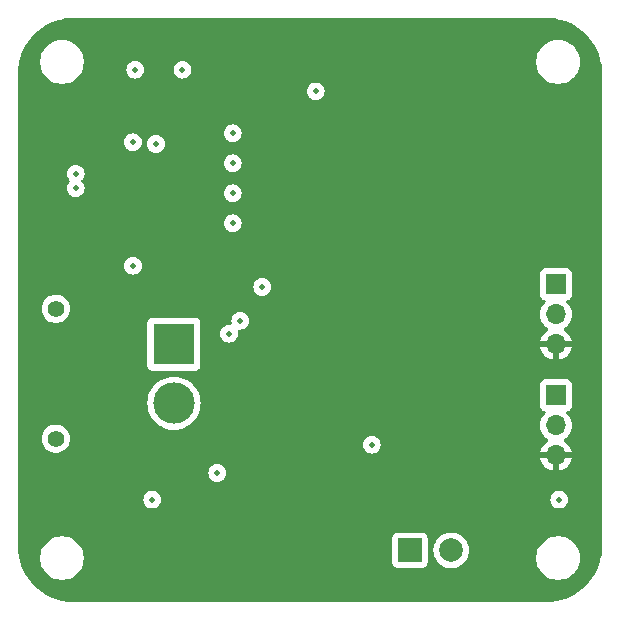
<source format=gbr>
%TF.GenerationSoftware,KiCad,Pcbnew,8.0.4*%
%TF.CreationDate,2025-01-29T17:32:31-05:00*%
%TF.ProjectId,EauRouge,45617552-6f75-4676-952e-6b696361645f,rev?*%
%TF.SameCoordinates,Original*%
%TF.FileFunction,Copper,L3,Inr*%
%TF.FilePolarity,Positive*%
%FSLAX46Y46*%
G04 Gerber Fmt 4.6, Leading zero omitted, Abs format (unit mm)*
G04 Created by KiCad (PCBNEW 8.0.4) date 2025-01-29 17:32:31*
%MOMM*%
%LPD*%
G01*
G04 APERTURE LIST*
%TA.AperFunction,ComponentPad*%
%ADD10R,1.700000X1.700000*%
%TD*%
%TA.AperFunction,ComponentPad*%
%ADD11O,1.700000X1.700000*%
%TD*%
%TA.AperFunction,ComponentPad*%
%ADD12C,1.400000*%
%TD*%
%TA.AperFunction,ComponentPad*%
%ADD13R,3.500000X3.500000*%
%TD*%
%TA.AperFunction,ComponentPad*%
%ADD14C,3.500000*%
%TD*%
%TA.AperFunction,ComponentPad*%
%ADD15R,2.000000X2.000000*%
%TD*%
%TA.AperFunction,ComponentPad*%
%ADD16C,2.000000*%
%TD*%
%TA.AperFunction,ViaPad*%
%ADD17C,0.500000*%
%TD*%
%TA.AperFunction,ViaPad*%
%ADD18C,0.600000*%
%TD*%
G04 APERTURE END LIST*
D10*
%TO.N,/BUFF_SERVO_PWM1*%
%TO.C,J4*%
X145825000Y-122825000D03*
D11*
%TO.N,+5V*%
X145825000Y-125365000D03*
%TO.N,GND*%
X145825000Y-127905000D03*
%TD*%
D12*
%TO.N,*%
%TO.C,J1*%
X103475000Y-135900000D03*
X103475000Y-124900000D03*
D13*
%TO.N,-BATT*%
X113475000Y-127900000D03*
D14*
%TO.N,+BATT*%
X113475000Y-132900000D03*
%TD*%
D15*
%TO.N,+12V*%
%TO.C,J3*%
X133450000Y-145350000D03*
D16*
%TO.N,SOLENOID-*%
X136950000Y-145350000D03*
%TD*%
D10*
%TO.N,/BUFF_SERVO_PWM2*%
%TO.C,J5*%
X145825000Y-132225000D03*
D11*
%TO.N,+5V*%
X145825000Y-134765000D03*
%TO.N,GND*%
X145825000Y-137305000D03*
%TD*%
D17*
%TO.N,GND*%
X140150000Y-118850000D03*
X122400000Y-137300000D03*
X136850000Y-128800000D03*
X115450000Y-111850000D03*
X133450000Y-147150000D03*
X130900000Y-110150000D03*
X133550000Y-100900000D03*
X125700000Y-149150000D03*
X124200000Y-137050000D03*
X122850000Y-144800000D03*
X122500000Y-107800000D03*
X126800000Y-107750000D03*
X130100000Y-103900000D03*
X106800000Y-143050000D03*
X100950000Y-133250000D03*
X109550000Y-106050000D03*
X148500000Y-103050000D03*
X128600000Y-142700000D03*
D18*
X112850000Y-114450000D03*
D17*
X115400000Y-124200000D03*
X116200000Y-103650000D03*
X101900000Y-111650000D03*
X131600000Y-145350000D03*
X127100000Y-142700000D03*
X148600000Y-146450000D03*
X120250000Y-149100000D03*
X124350000Y-144850000D03*
X144650000Y-130000000D03*
X123150000Y-137150000D03*
X136850000Y-127800000D03*
X111350000Y-147650000D03*
X149230585Y-124751255D03*
X141650000Y-104900000D03*
X126850000Y-110800000D03*
X127100000Y-137200000D03*
X149150000Y-112500000D03*
X120000000Y-137200000D03*
X143200000Y-134200000D03*
X101000000Y-124600000D03*
X112900000Y-116200000D03*
X111050000Y-116200000D03*
X135350000Y-149150000D03*
X106700000Y-113050000D03*
X141450000Y-132900000D03*
X130000000Y-139950000D03*
X136850000Y-132200000D03*
X101000000Y-119150000D03*
X138100000Y-113900000D03*
X112950000Y-121300000D03*
D18*
X115400000Y-114350000D03*
D17*
X128600000Y-144950000D03*
X143850000Y-139400000D03*
X120200000Y-133050000D03*
X131950000Y-128950000D03*
X103800000Y-134250000D03*
X139900000Y-141550000D03*
X116650000Y-149150000D03*
X106300000Y-109600000D03*
X100850000Y-107850000D03*
X122800000Y-142750000D03*
X132000000Y-132350000D03*
X138900000Y-138350000D03*
X121800000Y-122150000D03*
X132000000Y-133700000D03*
X137600000Y-147450000D03*
X138000000Y-108100000D03*
X126550000Y-128150000D03*
X128200000Y-132600000D03*
X123400000Y-117850000D03*
X108900000Y-116250000D03*
D18*
X111250000Y-114250000D03*
D17*
X104900000Y-128400000D03*
X136850000Y-126750000D03*
X136900000Y-129750000D03*
X102100000Y-147600000D03*
X109800000Y-136350000D03*
X142700000Y-149150000D03*
X142750000Y-142650000D03*
X114550000Y-141600000D03*
X137200000Y-142950000D03*
X127100000Y-144900000D03*
X132600000Y-107650000D03*
X134600000Y-138700000D03*
X126250000Y-137050000D03*
X120300000Y-147850000D03*
X135215000Y-107660000D03*
X133450000Y-143500000D03*
X100950000Y-141000000D03*
X113000000Y-125250000D03*
X126300000Y-118150000D03*
X102750000Y-137800000D03*
X107400000Y-106150000D03*
X147500000Y-114750000D03*
D18*
X131600000Y-116900000D03*
D17*
X106900000Y-121550000D03*
X108150000Y-100900000D03*
X136800000Y-133400000D03*
X141950000Y-126750000D03*
X124350000Y-142750000D03*
X115500000Y-116200000D03*
X142750000Y-100900000D03*
X129750000Y-121650000D03*
X115800000Y-134950000D03*
X121900000Y-113800000D03*
X149200000Y-130200000D03*
X102200000Y-102000000D03*
X126800000Y-105200000D03*
X119350000Y-126950000D03*
X122400000Y-103650000D03*
X113150000Y-112050000D03*
X149250000Y-138450000D03*
X111000000Y-119850000D03*
X124850000Y-100900000D03*
X136850000Y-130850000D03*
X116200000Y-100900000D03*
X125250000Y-137200000D03*
X117250000Y-122600000D03*
X102000000Y-115150000D03*
D18*
X113150000Y-105750000D03*
D17*
X118450000Y-145700000D03*
X142350000Y-111800000D03*
D18*
X119150000Y-140700000D03*
D17*
X116650000Y-147800000D03*
X110400000Y-107350000D03*
X114300000Y-109650000D03*
X133000000Y-111350000D03*
X128250000Y-137100000D03*
X126650000Y-124800000D03*
%TO.N,/MCU/CHIP_EN*%
X110200000Y-104650000D03*
X125485000Y-106498000D03*
%TO.N,/BUFF_SERVO_PWM2*%
X110000000Y-121250000D03*
X119087500Y-125900000D03*
%TO.N,/SOLENOID_DRIVE*%
X146100000Y-141050000D03*
X118450000Y-112590000D03*
%TO.N,/Power/EN*%
X130225000Y-136400000D03*
X117150000Y-138800000D03*
%TO.N,/SCL*%
X114200000Y-104650000D03*
X118450000Y-117670000D03*
X105150000Y-114700000D03*
%TO.N,/SDA*%
X118450000Y-115130000D03*
X105150000Y-113450000D03*
%TO.N,/BUFF_SERVO_PWM1*%
X120950000Y-123050000D03*
X110000000Y-110800000D03*
%TO.N,/MCU/ESP32_PWM2*%
X111950000Y-110950000D03*
X118450000Y-110050000D03*
%TO.N,/MCU/VIN_LED_CONTROL*%
X118150000Y-127000000D03*
X111650000Y-141050000D03*
%TD*%
%TA.AperFunction,Conductor*%
%TO.N,GND*%
G36*
X145002702Y-100250618D02*
G01*
X145015967Y-100251197D01*
X145408558Y-100268337D01*
X145419293Y-100269277D01*
X145819386Y-100321950D01*
X145830010Y-100323823D01*
X146223993Y-100411167D01*
X146234405Y-100413956D01*
X146619279Y-100535307D01*
X146629414Y-100538996D01*
X147002232Y-100693423D01*
X147012024Y-100697989D01*
X147060519Y-100723234D01*
X147369942Y-100884309D01*
X147379310Y-100889717D01*
X147719638Y-101106530D01*
X147728499Y-101112735D01*
X148048627Y-101358378D01*
X148056914Y-101365332D01*
X148354412Y-101637938D01*
X148362061Y-101645587D01*
X148634667Y-101943085D01*
X148641621Y-101951372D01*
X148887264Y-102271500D01*
X148893469Y-102280361D01*
X149110282Y-102620689D01*
X149115690Y-102630057D01*
X149302007Y-102987969D01*
X149306579Y-102997773D01*
X149460997Y-103370570D01*
X149464697Y-103380735D01*
X149586037Y-103765575D01*
X149588837Y-103776025D01*
X149676173Y-104169977D01*
X149678051Y-104180629D01*
X149730720Y-104580683D01*
X149731663Y-104591460D01*
X149747324Y-104950172D01*
X149749382Y-104997297D01*
X149749500Y-105002706D01*
X149749500Y-144997293D01*
X149749382Y-145002702D01*
X149731663Y-145408539D01*
X149730720Y-145419316D01*
X149678051Y-145819370D01*
X149676173Y-145830022D01*
X149588837Y-146223974D01*
X149586037Y-146234424D01*
X149464697Y-146619264D01*
X149460997Y-146629429D01*
X149306579Y-147002226D01*
X149302007Y-147012030D01*
X149115690Y-147369942D01*
X149110282Y-147379310D01*
X148893469Y-147719638D01*
X148887264Y-147728499D01*
X148641621Y-148048627D01*
X148634667Y-148056914D01*
X148362061Y-148354412D01*
X148354412Y-148362061D01*
X148056914Y-148634667D01*
X148048627Y-148641621D01*
X147728499Y-148887264D01*
X147719638Y-148893469D01*
X147379310Y-149110282D01*
X147369942Y-149115690D01*
X147012030Y-149302007D01*
X147002226Y-149306579D01*
X146629429Y-149460997D01*
X146619264Y-149464697D01*
X146234424Y-149586037D01*
X146223974Y-149588837D01*
X145830022Y-149676173D01*
X145819370Y-149678051D01*
X145419316Y-149730720D01*
X145408539Y-149731663D01*
X145002703Y-149749382D01*
X144997294Y-149749500D01*
X105002706Y-149749500D01*
X104997297Y-149749382D01*
X104591460Y-149731663D01*
X104580685Y-149730720D01*
X104380656Y-149704385D01*
X104180629Y-149678051D01*
X104169977Y-149676173D01*
X103915393Y-149619733D01*
X103776022Y-149588836D01*
X103765579Y-149586038D01*
X103380733Y-149464696D01*
X103370570Y-149460997D01*
X102997773Y-149306579D01*
X102987969Y-149302007D01*
X102630057Y-149115690D01*
X102620689Y-149110282D01*
X102280361Y-148893469D01*
X102271500Y-148887264D01*
X101951372Y-148641621D01*
X101943085Y-148634667D01*
X101645587Y-148362061D01*
X101637938Y-148354412D01*
X101365332Y-148056914D01*
X101358378Y-148048627D01*
X101112735Y-147728499D01*
X101106530Y-147719638D01*
X100889717Y-147379310D01*
X100884309Y-147369942D01*
X100807680Y-147222738D01*
X100697989Y-147012024D01*
X100693420Y-147002226D01*
X100630573Y-146850500D01*
X100538996Y-146629414D01*
X100535307Y-146619279D01*
X100413956Y-146234405D01*
X100411167Y-146223993D01*
X100334620Y-145878711D01*
X102149500Y-145878711D01*
X102149500Y-146121288D01*
X102169707Y-146274782D01*
X102181162Y-146361789D01*
X102190831Y-146397873D01*
X102243947Y-146596104D01*
X102336773Y-146820205D01*
X102336777Y-146820214D01*
X102354262Y-146850498D01*
X102458064Y-147030289D01*
X102458066Y-147030292D01*
X102458067Y-147030293D01*
X102605733Y-147222736D01*
X102605739Y-147222743D01*
X102777256Y-147394260D01*
X102777262Y-147394265D01*
X102969711Y-147541936D01*
X103179788Y-147663224D01*
X103403900Y-147756054D01*
X103638211Y-147818838D01*
X103818586Y-147842584D01*
X103878711Y-147850500D01*
X103878712Y-147850500D01*
X104121289Y-147850500D01*
X104169388Y-147844167D01*
X104361789Y-147818838D01*
X104596100Y-147756054D01*
X104820212Y-147663224D01*
X105030289Y-147541936D01*
X105222738Y-147394265D01*
X105394265Y-147222738D01*
X105541936Y-147030289D01*
X105663224Y-146820212D01*
X105756054Y-146596100D01*
X105818838Y-146361789D01*
X105850500Y-146121288D01*
X105850500Y-145878712D01*
X105818838Y-145638211D01*
X105756054Y-145403900D01*
X105663224Y-145179788D01*
X105541936Y-144969711D01*
X105394265Y-144777262D01*
X105394260Y-144777256D01*
X105222743Y-144605739D01*
X105222736Y-144605733D01*
X105030293Y-144458067D01*
X105030292Y-144458066D01*
X105030289Y-144458064D01*
X104820212Y-144336776D01*
X104820205Y-144336773D01*
X104736582Y-144302135D01*
X131949500Y-144302135D01*
X131949500Y-146397870D01*
X131949501Y-146397876D01*
X131955908Y-146457483D01*
X132006202Y-146592328D01*
X132006206Y-146592335D01*
X132092452Y-146707544D01*
X132092455Y-146707547D01*
X132207664Y-146793793D01*
X132207671Y-146793797D01*
X132342517Y-146844091D01*
X132342516Y-146844091D01*
X132349444Y-146844835D01*
X132402127Y-146850500D01*
X134497872Y-146850499D01*
X134557483Y-146844091D01*
X134692331Y-146793796D01*
X134807546Y-146707546D01*
X134893796Y-146592331D01*
X134944091Y-146457483D01*
X134950500Y-146397873D01*
X134950499Y-145349994D01*
X135444357Y-145349994D01*
X135444357Y-145350005D01*
X135464890Y-145597812D01*
X135464892Y-145597824D01*
X135525936Y-145838881D01*
X135625826Y-146066606D01*
X135761833Y-146274782D01*
X135761836Y-146274785D01*
X135930256Y-146457738D01*
X136126491Y-146610474D01*
X136345190Y-146728828D01*
X136580386Y-146809571D01*
X136825665Y-146850500D01*
X137074335Y-146850500D01*
X137319614Y-146809571D01*
X137554810Y-146728828D01*
X137773509Y-146610474D01*
X137969744Y-146457738D01*
X138138164Y-146274785D01*
X138274173Y-146066607D01*
X138356592Y-145878711D01*
X144149500Y-145878711D01*
X144149500Y-146121288D01*
X144169707Y-146274782D01*
X144181162Y-146361789D01*
X144190831Y-146397873D01*
X144243947Y-146596104D01*
X144336773Y-146820205D01*
X144336777Y-146820214D01*
X144354262Y-146850498D01*
X144458064Y-147030289D01*
X144458066Y-147030292D01*
X144458067Y-147030293D01*
X144605733Y-147222736D01*
X144605739Y-147222743D01*
X144777256Y-147394260D01*
X144777262Y-147394265D01*
X144969711Y-147541936D01*
X145179788Y-147663224D01*
X145403900Y-147756054D01*
X145638211Y-147818838D01*
X145818586Y-147842584D01*
X145878711Y-147850500D01*
X145878712Y-147850500D01*
X146121289Y-147850500D01*
X146169388Y-147844167D01*
X146361789Y-147818838D01*
X146596100Y-147756054D01*
X146820212Y-147663224D01*
X147030289Y-147541936D01*
X147222738Y-147394265D01*
X147394265Y-147222738D01*
X147541936Y-147030289D01*
X147663224Y-146820212D01*
X147756054Y-146596100D01*
X147818838Y-146361789D01*
X147850500Y-146121288D01*
X147850500Y-145878712D01*
X147818838Y-145638211D01*
X147756054Y-145403900D01*
X147663224Y-145179788D01*
X147541936Y-144969711D01*
X147394265Y-144777262D01*
X147394260Y-144777256D01*
X147222743Y-144605739D01*
X147222736Y-144605733D01*
X147030293Y-144458067D01*
X147030292Y-144458066D01*
X147030289Y-144458064D01*
X146820212Y-144336776D01*
X146820205Y-144336773D01*
X146596104Y-144243947D01*
X146361785Y-144181161D01*
X146121289Y-144149500D01*
X146121288Y-144149500D01*
X145878712Y-144149500D01*
X145878711Y-144149500D01*
X145638214Y-144181161D01*
X145403895Y-144243947D01*
X145179794Y-144336773D01*
X145179785Y-144336777D01*
X144969706Y-144458067D01*
X144777263Y-144605733D01*
X144777256Y-144605739D01*
X144605739Y-144777256D01*
X144605733Y-144777263D01*
X144458067Y-144969706D01*
X144336777Y-145179785D01*
X144336773Y-145179794D01*
X144243947Y-145403895D01*
X144181161Y-145638214D01*
X144149500Y-145878711D01*
X138356592Y-145878711D01*
X138374063Y-145838881D01*
X138435108Y-145597821D01*
X138435109Y-145597812D01*
X138455643Y-145350005D01*
X138455643Y-145349994D01*
X138435109Y-145102187D01*
X138435107Y-145102175D01*
X138374063Y-144861118D01*
X138274173Y-144633393D01*
X138138166Y-144425217D01*
X138056747Y-144336773D01*
X137969744Y-144242262D01*
X137773509Y-144089526D01*
X137773507Y-144089525D01*
X137773506Y-144089524D01*
X137554811Y-143971172D01*
X137554802Y-143971169D01*
X137319616Y-143890429D01*
X137074335Y-143849500D01*
X136825665Y-143849500D01*
X136580383Y-143890429D01*
X136345197Y-143971169D01*
X136345188Y-143971172D01*
X136126493Y-144089524D01*
X135930257Y-144242261D01*
X135761833Y-144425217D01*
X135625826Y-144633393D01*
X135525936Y-144861118D01*
X135464892Y-145102175D01*
X135464890Y-145102187D01*
X135444357Y-145349994D01*
X134950499Y-145349994D01*
X134950499Y-144302128D01*
X134944091Y-144242517D01*
X134893796Y-144107669D01*
X134893795Y-144107668D01*
X134893793Y-144107664D01*
X134807547Y-143992455D01*
X134807544Y-143992452D01*
X134692335Y-143906206D01*
X134692328Y-143906202D01*
X134557482Y-143855908D01*
X134557483Y-143855908D01*
X134497883Y-143849501D01*
X134497881Y-143849500D01*
X134497873Y-143849500D01*
X134497864Y-143849500D01*
X132402129Y-143849500D01*
X132402123Y-143849501D01*
X132342516Y-143855908D01*
X132207671Y-143906202D01*
X132207664Y-143906206D01*
X132092455Y-143992452D01*
X132092452Y-143992455D01*
X132006206Y-144107664D01*
X132006202Y-144107671D01*
X131955908Y-144242517D01*
X131949501Y-144302116D01*
X131949501Y-144302123D01*
X131949500Y-144302135D01*
X104736582Y-144302135D01*
X104596104Y-144243947D01*
X104361785Y-144181161D01*
X104121289Y-144149500D01*
X104121288Y-144149500D01*
X103878712Y-144149500D01*
X103878711Y-144149500D01*
X103638214Y-144181161D01*
X103403895Y-144243947D01*
X103179794Y-144336773D01*
X103179785Y-144336777D01*
X102969706Y-144458067D01*
X102777263Y-144605733D01*
X102777256Y-144605739D01*
X102605739Y-144777256D01*
X102605733Y-144777263D01*
X102458067Y-144969706D01*
X102336777Y-145179785D01*
X102336773Y-145179794D01*
X102243947Y-145403895D01*
X102181161Y-145638214D01*
X102149500Y-145878711D01*
X100334620Y-145878711D01*
X100323823Y-145830010D01*
X100321950Y-145819386D01*
X100269277Y-145419293D01*
X100268337Y-145408558D01*
X100250618Y-145002701D01*
X100250500Y-144997293D01*
X100250500Y-141049997D01*
X110894751Y-141049997D01*
X110894751Y-141050002D01*
X110913685Y-141218056D01*
X110969545Y-141377694D01*
X110969547Y-141377697D01*
X111059518Y-141520884D01*
X111059523Y-141520890D01*
X111179109Y-141640476D01*
X111179115Y-141640481D01*
X111322302Y-141730452D01*
X111322305Y-141730454D01*
X111322309Y-141730455D01*
X111322310Y-141730456D01*
X111394913Y-141755860D01*
X111481943Y-141786314D01*
X111649997Y-141805249D01*
X111650000Y-141805249D01*
X111650003Y-141805249D01*
X111818056Y-141786314D01*
X111818059Y-141786313D01*
X111977690Y-141730456D01*
X111977692Y-141730454D01*
X111977694Y-141730454D01*
X111977697Y-141730452D01*
X112120884Y-141640481D01*
X112120885Y-141640480D01*
X112120890Y-141640477D01*
X112240477Y-141520890D01*
X112330452Y-141377697D01*
X112330454Y-141377694D01*
X112330454Y-141377692D01*
X112330456Y-141377690D01*
X112386313Y-141218059D01*
X112386313Y-141218058D01*
X112386314Y-141218056D01*
X112405249Y-141050002D01*
X112405249Y-141049997D01*
X145344751Y-141049997D01*
X145344751Y-141050002D01*
X145363685Y-141218056D01*
X145419545Y-141377694D01*
X145419547Y-141377697D01*
X145509518Y-141520884D01*
X145509523Y-141520890D01*
X145629109Y-141640476D01*
X145629115Y-141640481D01*
X145772302Y-141730452D01*
X145772305Y-141730454D01*
X145772309Y-141730455D01*
X145772310Y-141730456D01*
X145844913Y-141755860D01*
X145931943Y-141786314D01*
X146099997Y-141805249D01*
X146100000Y-141805249D01*
X146100003Y-141805249D01*
X146268056Y-141786314D01*
X146268059Y-141786313D01*
X146427690Y-141730456D01*
X146427692Y-141730454D01*
X146427694Y-141730454D01*
X146427697Y-141730452D01*
X146570884Y-141640481D01*
X146570885Y-141640480D01*
X146570890Y-141640477D01*
X146690477Y-141520890D01*
X146780452Y-141377697D01*
X146780454Y-141377694D01*
X146780454Y-141377692D01*
X146780456Y-141377690D01*
X146836313Y-141218059D01*
X146836313Y-141218058D01*
X146836314Y-141218056D01*
X146855249Y-141050002D01*
X146855249Y-141049997D01*
X146836314Y-140881943D01*
X146780454Y-140722305D01*
X146780452Y-140722302D01*
X146690481Y-140579115D01*
X146690476Y-140579109D01*
X146570890Y-140459523D01*
X146570884Y-140459518D01*
X146427697Y-140369547D01*
X146427694Y-140369545D01*
X146268056Y-140313685D01*
X146100003Y-140294751D01*
X146099997Y-140294751D01*
X145931943Y-140313685D01*
X145772305Y-140369545D01*
X145772302Y-140369547D01*
X145629115Y-140459518D01*
X145629109Y-140459523D01*
X145509523Y-140579109D01*
X145509518Y-140579115D01*
X145419547Y-140722302D01*
X145419545Y-140722305D01*
X145363685Y-140881943D01*
X145344751Y-141049997D01*
X112405249Y-141049997D01*
X112386314Y-140881943D01*
X112330454Y-140722305D01*
X112330452Y-140722302D01*
X112240481Y-140579115D01*
X112240476Y-140579109D01*
X112120890Y-140459523D01*
X112120884Y-140459518D01*
X111977697Y-140369547D01*
X111977694Y-140369545D01*
X111818056Y-140313685D01*
X111650003Y-140294751D01*
X111649997Y-140294751D01*
X111481943Y-140313685D01*
X111322305Y-140369545D01*
X111322302Y-140369547D01*
X111179115Y-140459518D01*
X111179109Y-140459523D01*
X111059523Y-140579109D01*
X111059518Y-140579115D01*
X110969547Y-140722302D01*
X110969545Y-140722305D01*
X110913685Y-140881943D01*
X110894751Y-141049997D01*
X100250500Y-141049997D01*
X100250500Y-138799997D01*
X116394751Y-138799997D01*
X116394751Y-138800002D01*
X116413685Y-138968056D01*
X116469545Y-139127694D01*
X116469547Y-139127697D01*
X116559518Y-139270884D01*
X116559523Y-139270890D01*
X116679109Y-139390476D01*
X116679115Y-139390481D01*
X116822302Y-139480452D01*
X116822305Y-139480454D01*
X116822309Y-139480455D01*
X116822310Y-139480456D01*
X116894913Y-139505860D01*
X116981943Y-139536314D01*
X117149997Y-139555249D01*
X117150000Y-139555249D01*
X117150003Y-139555249D01*
X117318056Y-139536314D01*
X117318059Y-139536313D01*
X117477690Y-139480456D01*
X117477692Y-139480454D01*
X117477694Y-139480454D01*
X117477697Y-139480452D01*
X117620884Y-139390481D01*
X117620885Y-139390480D01*
X117620890Y-139390477D01*
X117740477Y-139270890D01*
X117830452Y-139127697D01*
X117830454Y-139127694D01*
X117830454Y-139127692D01*
X117830456Y-139127690D01*
X117886313Y-138968059D01*
X117886313Y-138968058D01*
X117886314Y-138968056D01*
X117905249Y-138800002D01*
X117905249Y-138799997D01*
X117886314Y-138631943D01*
X117830454Y-138472305D01*
X117830452Y-138472302D01*
X117740481Y-138329115D01*
X117740476Y-138329109D01*
X117620890Y-138209523D01*
X117620884Y-138209518D01*
X117477697Y-138119547D01*
X117477694Y-138119545D01*
X117318056Y-138063685D01*
X117150003Y-138044751D01*
X117149997Y-138044751D01*
X116981943Y-138063685D01*
X116822305Y-138119545D01*
X116822302Y-138119547D01*
X116679115Y-138209518D01*
X116679109Y-138209523D01*
X116559523Y-138329109D01*
X116559518Y-138329115D01*
X116469547Y-138472302D01*
X116469545Y-138472305D01*
X116413685Y-138631943D01*
X116394751Y-138799997D01*
X100250500Y-138799997D01*
X100250500Y-135899999D01*
X102269357Y-135899999D01*
X102269357Y-135900000D01*
X102289884Y-136121535D01*
X102289885Y-136121537D01*
X102350769Y-136335523D01*
X102350775Y-136335538D01*
X102449938Y-136534683D01*
X102449943Y-136534691D01*
X102584020Y-136712238D01*
X102748437Y-136862123D01*
X102748439Y-136862125D01*
X102937595Y-136979245D01*
X102937596Y-136979245D01*
X102937599Y-136979247D01*
X103145060Y-137059618D01*
X103363757Y-137100500D01*
X103363759Y-137100500D01*
X103586241Y-137100500D01*
X103586243Y-137100500D01*
X103804940Y-137059618D01*
X104012401Y-136979247D01*
X104201562Y-136862124D01*
X104365981Y-136712236D01*
X104500058Y-136534689D01*
X104567127Y-136399997D01*
X129469751Y-136399997D01*
X129469751Y-136400002D01*
X129488685Y-136568056D01*
X129544545Y-136727694D01*
X129544547Y-136727697D01*
X129634518Y-136870884D01*
X129634523Y-136870890D01*
X129754109Y-136990476D01*
X129754115Y-136990481D01*
X129897302Y-137080452D01*
X129897305Y-137080454D01*
X129897309Y-137080455D01*
X129897310Y-137080456D01*
X129954593Y-137100500D01*
X130056943Y-137136314D01*
X130224997Y-137155249D01*
X130225000Y-137155249D01*
X130225003Y-137155249D01*
X130393056Y-137136314D01*
X130393059Y-137136313D01*
X130552690Y-137080456D01*
X130552692Y-137080454D01*
X130552694Y-137080454D01*
X130552697Y-137080452D01*
X130695884Y-136990481D01*
X130695885Y-136990480D01*
X130695890Y-136990477D01*
X130815477Y-136870890D01*
X130815481Y-136870884D01*
X130905452Y-136727697D01*
X130905454Y-136727694D01*
X130905454Y-136727692D01*
X130905456Y-136727690D01*
X130961313Y-136568059D01*
X130961313Y-136568058D01*
X130961314Y-136568056D01*
X130980249Y-136400002D01*
X130980249Y-136399997D01*
X130961314Y-136231943D01*
X130905454Y-136072305D01*
X130905452Y-136072302D01*
X130815481Y-135929115D01*
X130815476Y-135929109D01*
X130695890Y-135809523D01*
X130695884Y-135809518D01*
X130552697Y-135719547D01*
X130552694Y-135719545D01*
X130393056Y-135663685D01*
X130225003Y-135644751D01*
X130224997Y-135644751D01*
X130056943Y-135663685D01*
X129897305Y-135719545D01*
X129897302Y-135719547D01*
X129754115Y-135809518D01*
X129754109Y-135809523D01*
X129634523Y-135929109D01*
X129634518Y-135929115D01*
X129544547Y-136072302D01*
X129544545Y-136072305D01*
X129488685Y-136231943D01*
X129469751Y-136399997D01*
X104567127Y-136399997D01*
X104599229Y-136335528D01*
X104660115Y-136121536D01*
X104680643Y-135900000D01*
X104671700Y-135803493D01*
X104660115Y-135678464D01*
X104660114Y-135678462D01*
X104655910Y-135663687D01*
X104599229Y-135464472D01*
X104599224Y-135464461D01*
X104500061Y-135265316D01*
X104500056Y-135265308D01*
X104365979Y-135087761D01*
X104201562Y-134937876D01*
X104201560Y-134937874D01*
X104012404Y-134820754D01*
X104012398Y-134820752D01*
X103804940Y-134740382D01*
X103586243Y-134699500D01*
X103363757Y-134699500D01*
X103145060Y-134740382D01*
X103081514Y-134765000D01*
X102937601Y-134820752D01*
X102937595Y-134820754D01*
X102748439Y-134937874D01*
X102748437Y-134937876D01*
X102584020Y-135087761D01*
X102449943Y-135265308D01*
X102449938Y-135265316D01*
X102350775Y-135464461D01*
X102350769Y-135464476D01*
X102289885Y-135678462D01*
X102289884Y-135678464D01*
X102269357Y-135899999D01*
X100250500Y-135899999D01*
X100250500Y-132899992D01*
X111219671Y-132899992D01*
X111219671Y-132900007D01*
X111238964Y-133194363D01*
X111238965Y-133194373D01*
X111238966Y-133194380D01*
X111238968Y-133194390D01*
X111296518Y-133483716D01*
X111296521Y-133483730D01*
X111391349Y-133763080D01*
X111521825Y-134027660D01*
X111521829Y-134027667D01*
X111685725Y-134272955D01*
X111880241Y-134494758D01*
X112102044Y-134689274D01*
X112298818Y-134820754D01*
X112347335Y-134853172D01*
X112611923Y-134983652D01*
X112891278Y-135078481D01*
X113180620Y-135136034D01*
X113208888Y-135137886D01*
X113474993Y-135155329D01*
X113475000Y-135155329D01*
X113475007Y-135155329D01*
X113710675Y-135139881D01*
X113769380Y-135136034D01*
X114058722Y-135078481D01*
X114338077Y-134983652D01*
X114602665Y-134853172D01*
X114734625Y-134764999D01*
X144469341Y-134764999D01*
X144469341Y-134765000D01*
X144489936Y-135000403D01*
X144489938Y-135000413D01*
X144551094Y-135228655D01*
X144551096Y-135228659D01*
X144551097Y-135228663D01*
X144568189Y-135265316D01*
X144650965Y-135442830D01*
X144650967Y-135442834D01*
X144786501Y-135636395D01*
X144786506Y-135636402D01*
X144953597Y-135803493D01*
X144953603Y-135803498D01*
X144962208Y-135809523D01*
X145132994Y-135929109D01*
X145139594Y-135933730D01*
X145183219Y-135988307D01*
X145190413Y-136057805D01*
X145158890Y-136120160D01*
X145139595Y-136136880D01*
X144953922Y-136266890D01*
X144953920Y-136266891D01*
X144786891Y-136433920D01*
X144786886Y-136433926D01*
X144651400Y-136627420D01*
X144651399Y-136627422D01*
X144551570Y-136841507D01*
X144551567Y-136841513D01*
X144494364Y-137054999D01*
X144494364Y-137055000D01*
X145391988Y-137055000D01*
X145359075Y-137112007D01*
X145325000Y-137239174D01*
X145325000Y-137370826D01*
X145359075Y-137497993D01*
X145391988Y-137555000D01*
X144494364Y-137555000D01*
X144551567Y-137768486D01*
X144551570Y-137768492D01*
X144651399Y-137982578D01*
X144786894Y-138176082D01*
X144953917Y-138343105D01*
X145147421Y-138478600D01*
X145361507Y-138578429D01*
X145361516Y-138578433D01*
X145575000Y-138635634D01*
X145575000Y-137738012D01*
X145632007Y-137770925D01*
X145759174Y-137805000D01*
X145890826Y-137805000D01*
X146017993Y-137770925D01*
X146075000Y-137738012D01*
X146075000Y-138635633D01*
X146288483Y-138578433D01*
X146288492Y-138578429D01*
X146502578Y-138478600D01*
X146696082Y-138343105D01*
X146863105Y-138176082D01*
X146998600Y-137982578D01*
X147098429Y-137768492D01*
X147098432Y-137768486D01*
X147155636Y-137555000D01*
X146258012Y-137555000D01*
X146290925Y-137497993D01*
X146325000Y-137370826D01*
X146325000Y-137239174D01*
X146290925Y-137112007D01*
X146258012Y-137055000D01*
X147155636Y-137055000D01*
X147155635Y-137054999D01*
X147098432Y-136841513D01*
X147098429Y-136841507D01*
X146998600Y-136627422D01*
X146998599Y-136627420D01*
X146863113Y-136433926D01*
X146863108Y-136433920D01*
X146696078Y-136266890D01*
X146510405Y-136136879D01*
X146466780Y-136082302D01*
X146459588Y-136012804D01*
X146491110Y-135950449D01*
X146510406Y-135933730D01*
X146517004Y-135929110D01*
X146696401Y-135803495D01*
X146863495Y-135636401D01*
X146999035Y-135442830D01*
X147098903Y-135228663D01*
X147160063Y-135000408D01*
X147180659Y-134765000D01*
X147160063Y-134529592D01*
X147098903Y-134301337D01*
X146999035Y-134087171D01*
X146863495Y-133893599D01*
X146741567Y-133771671D01*
X146708084Y-133710351D01*
X146713068Y-133640659D01*
X146754939Y-133584725D01*
X146785915Y-133567810D01*
X146917331Y-133518796D01*
X147032546Y-133432546D01*
X147118796Y-133317331D01*
X147169091Y-133182483D01*
X147175500Y-133122873D01*
X147175499Y-131327128D01*
X147169091Y-131267517D01*
X147118796Y-131132669D01*
X147118795Y-131132668D01*
X147118793Y-131132664D01*
X147032547Y-131017455D01*
X147032544Y-131017452D01*
X146917335Y-130931206D01*
X146917328Y-130931202D01*
X146782482Y-130880908D01*
X146782483Y-130880908D01*
X146722883Y-130874501D01*
X146722881Y-130874500D01*
X146722873Y-130874500D01*
X146722864Y-130874500D01*
X144927129Y-130874500D01*
X144927123Y-130874501D01*
X144867516Y-130880908D01*
X144732671Y-130931202D01*
X144732664Y-130931206D01*
X144617455Y-131017452D01*
X144617452Y-131017455D01*
X144531206Y-131132664D01*
X144531202Y-131132671D01*
X144480908Y-131267517D01*
X144474501Y-131327116D01*
X144474501Y-131327123D01*
X144474500Y-131327135D01*
X144474500Y-133122870D01*
X144474501Y-133122876D01*
X144480908Y-133182483D01*
X144531202Y-133317328D01*
X144531206Y-133317335D01*
X144617452Y-133432544D01*
X144617455Y-133432547D01*
X144732664Y-133518793D01*
X144732671Y-133518797D01*
X144864081Y-133567810D01*
X144920015Y-133609681D01*
X144944432Y-133675145D01*
X144929580Y-133743418D01*
X144908430Y-133771673D01*
X144786503Y-133893600D01*
X144650965Y-134087169D01*
X144650964Y-134087171D01*
X144551098Y-134301335D01*
X144551094Y-134301344D01*
X144489938Y-134529586D01*
X144489936Y-134529596D01*
X144469341Y-134764999D01*
X114734625Y-134764999D01*
X114847957Y-134689273D01*
X115069758Y-134494758D01*
X115264273Y-134272957D01*
X115428172Y-134027665D01*
X115558652Y-133763077D01*
X115653481Y-133483722D01*
X115711034Y-133194380D01*
X115715721Y-133122870D01*
X115730329Y-132900007D01*
X115730329Y-132899992D01*
X115711035Y-132605636D01*
X115711034Y-132605620D01*
X115653481Y-132316278D01*
X115558652Y-132036923D01*
X115428172Y-131772336D01*
X115264273Y-131527043D01*
X115088958Y-131327135D01*
X115069758Y-131305241D01*
X114847955Y-131110725D01*
X114602667Y-130946829D01*
X114602660Y-130946825D01*
X114338080Y-130816349D01*
X114058730Y-130721521D01*
X114058724Y-130721519D01*
X114058722Y-130721519D01*
X113769380Y-130663966D01*
X113769373Y-130663965D01*
X113769363Y-130663964D01*
X113475007Y-130644671D01*
X113474993Y-130644671D01*
X113180636Y-130663964D01*
X113180624Y-130663965D01*
X113180620Y-130663966D01*
X113180612Y-130663967D01*
X113180609Y-130663968D01*
X112891283Y-130721518D01*
X112891269Y-130721521D01*
X112611919Y-130816349D01*
X112347334Y-130946828D01*
X112102041Y-131110728D01*
X111880241Y-131305241D01*
X111685728Y-131527041D01*
X111521828Y-131772334D01*
X111391349Y-132036919D01*
X111296521Y-132316269D01*
X111296518Y-132316283D01*
X111238968Y-132605609D01*
X111238964Y-132605636D01*
X111219671Y-132899992D01*
X100250500Y-132899992D01*
X100250500Y-126102135D01*
X111224500Y-126102135D01*
X111224500Y-129697870D01*
X111224501Y-129697876D01*
X111230908Y-129757483D01*
X111281202Y-129892328D01*
X111281206Y-129892335D01*
X111367452Y-130007544D01*
X111367455Y-130007547D01*
X111482664Y-130093793D01*
X111482671Y-130093797D01*
X111617517Y-130144091D01*
X111617516Y-130144091D01*
X111624444Y-130144835D01*
X111677127Y-130150500D01*
X115272872Y-130150499D01*
X115332483Y-130144091D01*
X115467331Y-130093796D01*
X115582546Y-130007546D01*
X115668796Y-129892331D01*
X115719091Y-129757483D01*
X115725500Y-129697873D01*
X115725499Y-126999997D01*
X117394751Y-126999997D01*
X117394751Y-127000002D01*
X117413685Y-127168056D01*
X117469545Y-127327694D01*
X117469547Y-127327697D01*
X117559518Y-127470884D01*
X117559523Y-127470890D01*
X117679109Y-127590476D01*
X117679115Y-127590481D01*
X117822302Y-127680452D01*
X117822305Y-127680454D01*
X117822309Y-127680455D01*
X117822310Y-127680456D01*
X117894913Y-127705860D01*
X117981943Y-127736314D01*
X118149997Y-127755249D01*
X118150000Y-127755249D01*
X118150003Y-127755249D01*
X118318056Y-127736314D01*
X118318059Y-127736313D01*
X118477690Y-127680456D01*
X118477692Y-127680454D01*
X118477694Y-127680454D01*
X118477697Y-127680452D01*
X118620884Y-127590481D01*
X118620885Y-127590480D01*
X118620890Y-127590477D01*
X118740477Y-127470890D01*
X118830452Y-127327697D01*
X118830454Y-127327694D01*
X118830454Y-127327692D01*
X118830456Y-127327690D01*
X118886313Y-127168059D01*
X118886313Y-127168058D01*
X118886314Y-127168056D01*
X118905249Y-127000002D01*
X118905249Y-126999997D01*
X118886313Y-126831943D01*
X118886313Y-126831941D01*
X118878869Y-126810669D01*
X118875307Y-126740892D01*
X118910035Y-126680264D01*
X118972028Y-126648036D01*
X119009795Y-126646494D01*
X119087497Y-126655249D01*
X119087500Y-126655249D01*
X119087503Y-126655249D01*
X119255556Y-126636314D01*
X119255559Y-126636313D01*
X119415190Y-126580456D01*
X119415192Y-126580454D01*
X119415194Y-126580454D01*
X119415197Y-126580452D01*
X119558384Y-126490481D01*
X119558385Y-126490480D01*
X119558390Y-126490477D01*
X119677977Y-126370890D01*
X119710238Y-126319547D01*
X119767952Y-126227697D01*
X119767954Y-126227694D01*
X119767954Y-126227692D01*
X119767956Y-126227690D01*
X119823813Y-126068059D01*
X119823813Y-126068058D01*
X119823814Y-126068056D01*
X119842749Y-125900002D01*
X119842749Y-125899997D01*
X119823814Y-125731943D01*
X119793360Y-125644913D01*
X119767956Y-125572310D01*
X119767955Y-125572309D01*
X119767954Y-125572305D01*
X119767952Y-125572302D01*
X119677981Y-125429115D01*
X119677976Y-125429109D01*
X119613866Y-125364999D01*
X144469341Y-125364999D01*
X144469341Y-125365000D01*
X144489936Y-125600403D01*
X144489938Y-125600413D01*
X144551094Y-125828655D01*
X144551096Y-125828659D01*
X144551097Y-125828663D01*
X144587939Y-125907671D01*
X144650965Y-126042830D01*
X144650967Y-126042834D01*
X144759281Y-126197521D01*
X144780410Y-126227697D01*
X144786501Y-126236395D01*
X144786506Y-126236402D01*
X144953597Y-126403493D01*
X144953603Y-126403498D01*
X144962208Y-126409523D01*
X145132994Y-126529109D01*
X145139594Y-126533730D01*
X145183219Y-126588307D01*
X145190413Y-126657805D01*
X145158890Y-126720160D01*
X145139595Y-126736880D01*
X144953922Y-126866890D01*
X144953920Y-126866891D01*
X144786891Y-127033920D01*
X144786886Y-127033926D01*
X144651400Y-127227420D01*
X144651399Y-127227422D01*
X144551570Y-127441507D01*
X144551567Y-127441513D01*
X144494364Y-127654999D01*
X144494364Y-127655000D01*
X145391988Y-127655000D01*
X145359075Y-127712007D01*
X145325000Y-127839174D01*
X145325000Y-127970826D01*
X145359075Y-128097993D01*
X145391988Y-128155000D01*
X144494364Y-128155000D01*
X144551567Y-128368486D01*
X144551570Y-128368492D01*
X144651399Y-128582578D01*
X144786894Y-128776082D01*
X144953917Y-128943105D01*
X145147421Y-129078600D01*
X145361507Y-129178429D01*
X145361516Y-129178433D01*
X145575000Y-129235634D01*
X145575000Y-128338012D01*
X145632007Y-128370925D01*
X145759174Y-128405000D01*
X145890826Y-128405000D01*
X146017993Y-128370925D01*
X146075000Y-128338012D01*
X146075000Y-129235633D01*
X146288483Y-129178433D01*
X146288492Y-129178429D01*
X146502578Y-129078600D01*
X146696082Y-128943105D01*
X146863105Y-128776082D01*
X146998600Y-128582578D01*
X147098429Y-128368492D01*
X147098432Y-128368486D01*
X147155636Y-128155000D01*
X146258012Y-128155000D01*
X146290925Y-128097993D01*
X146325000Y-127970826D01*
X146325000Y-127839174D01*
X146290925Y-127712007D01*
X146258012Y-127655000D01*
X147155636Y-127655000D01*
X147155635Y-127654999D01*
X147098432Y-127441513D01*
X147098429Y-127441507D01*
X146998600Y-127227422D01*
X146998599Y-127227420D01*
X146863113Y-127033926D01*
X146863108Y-127033920D01*
X146696078Y-126866890D01*
X146510405Y-126736879D01*
X146466780Y-126682302D01*
X146459588Y-126612804D01*
X146491110Y-126550449D01*
X146510406Y-126533730D01*
X146517004Y-126529110D01*
X146696401Y-126403495D01*
X146863495Y-126236401D01*
X146999035Y-126042830D01*
X147098903Y-125828663D01*
X147160063Y-125600408D01*
X147180659Y-125365000D01*
X147178080Y-125335528D01*
X147160063Y-125129596D01*
X147160063Y-125129592D01*
X147098903Y-124901337D01*
X146999035Y-124687171D01*
X146992938Y-124678464D01*
X146863496Y-124493600D01*
X146834357Y-124464461D01*
X146741567Y-124371671D01*
X146708084Y-124310351D01*
X146713068Y-124240659D01*
X146754939Y-124184725D01*
X146785915Y-124167810D01*
X146917331Y-124118796D01*
X147032546Y-124032546D01*
X147118796Y-123917331D01*
X147169091Y-123782483D01*
X147175500Y-123722873D01*
X147175499Y-121927128D01*
X147169091Y-121867517D01*
X147159007Y-121840481D01*
X147118797Y-121732671D01*
X147118793Y-121732664D01*
X147032547Y-121617455D01*
X147032544Y-121617452D01*
X146917335Y-121531206D01*
X146917328Y-121531202D01*
X146782482Y-121480908D01*
X146782483Y-121480908D01*
X146722883Y-121474501D01*
X146722881Y-121474500D01*
X146722873Y-121474500D01*
X146722864Y-121474500D01*
X144927129Y-121474500D01*
X144927123Y-121474501D01*
X144867516Y-121480908D01*
X144732671Y-121531202D01*
X144732664Y-121531206D01*
X144617455Y-121617452D01*
X144617452Y-121617455D01*
X144531206Y-121732664D01*
X144531202Y-121732671D01*
X144480908Y-121867517D01*
X144474501Y-121927116D01*
X144474501Y-121927123D01*
X144474500Y-121927135D01*
X144474500Y-123722870D01*
X144474501Y-123722876D01*
X144480908Y-123782483D01*
X144531202Y-123917328D01*
X144531206Y-123917335D01*
X144617452Y-124032544D01*
X144617455Y-124032547D01*
X144732664Y-124118793D01*
X144732671Y-124118797D01*
X144864081Y-124167810D01*
X144920015Y-124209681D01*
X144944432Y-124275145D01*
X144929580Y-124343418D01*
X144908430Y-124371673D01*
X144786503Y-124493600D01*
X144650965Y-124687169D01*
X144650964Y-124687171D01*
X144557401Y-124887816D01*
X144551721Y-124900000D01*
X144551098Y-124901335D01*
X144551094Y-124901344D01*
X144489938Y-125129586D01*
X144489936Y-125129596D01*
X144469341Y-125364999D01*
X119613866Y-125364999D01*
X119558390Y-125309523D01*
X119558384Y-125309518D01*
X119415197Y-125219547D01*
X119415194Y-125219545D01*
X119255556Y-125163685D01*
X119087503Y-125144751D01*
X119087497Y-125144751D01*
X118919443Y-125163685D01*
X118759805Y-125219545D01*
X118759802Y-125219547D01*
X118616615Y-125309518D01*
X118616609Y-125309523D01*
X118497023Y-125429109D01*
X118497018Y-125429115D01*
X118407047Y-125572302D01*
X118407045Y-125572305D01*
X118351185Y-125731943D01*
X118332251Y-125899997D01*
X118332251Y-125900002D01*
X118351186Y-126068057D01*
X118358630Y-126089331D01*
X118362191Y-126159109D01*
X118327462Y-126219737D01*
X118265469Y-126251964D01*
X118227706Y-126253505D01*
X118150005Y-126244751D01*
X118149997Y-126244751D01*
X117981943Y-126263685D01*
X117822305Y-126319545D01*
X117822302Y-126319547D01*
X117679115Y-126409518D01*
X117679109Y-126409523D01*
X117559523Y-126529109D01*
X117559518Y-126529115D01*
X117469547Y-126672302D01*
X117469545Y-126672305D01*
X117413685Y-126831943D01*
X117394751Y-126999997D01*
X115725499Y-126999997D01*
X115725499Y-126102128D01*
X115719091Y-126042517D01*
X115668796Y-125907669D01*
X115668795Y-125907668D01*
X115668793Y-125907664D01*
X115582547Y-125792455D01*
X115582544Y-125792452D01*
X115467335Y-125706206D01*
X115467328Y-125706202D01*
X115332482Y-125655908D01*
X115332483Y-125655908D01*
X115272883Y-125649501D01*
X115272881Y-125649500D01*
X115272873Y-125649500D01*
X115272864Y-125649500D01*
X111677129Y-125649500D01*
X111677123Y-125649501D01*
X111617516Y-125655908D01*
X111482671Y-125706202D01*
X111482664Y-125706206D01*
X111367455Y-125792452D01*
X111367452Y-125792455D01*
X111281206Y-125907664D01*
X111281202Y-125907671D01*
X111230908Y-126042517D01*
X111224675Y-126100500D01*
X111224501Y-126102123D01*
X111224500Y-126102135D01*
X100250500Y-126102135D01*
X100250500Y-124899999D01*
X102269357Y-124899999D01*
X102269357Y-124900000D01*
X102289884Y-125121535D01*
X102289885Y-125121537D01*
X102350769Y-125335523D01*
X102350775Y-125335538D01*
X102449938Y-125534683D01*
X102449943Y-125534691D01*
X102584020Y-125712238D01*
X102748437Y-125862123D01*
X102748439Y-125862125D01*
X102937595Y-125979245D01*
X102937596Y-125979245D01*
X102937599Y-125979247D01*
X103145060Y-126059618D01*
X103363757Y-126100500D01*
X103363759Y-126100500D01*
X103586241Y-126100500D01*
X103586243Y-126100500D01*
X103804940Y-126059618D01*
X104012401Y-125979247D01*
X104201562Y-125862124D01*
X104341282Y-125734751D01*
X104365979Y-125712238D01*
X104370535Y-125706206D01*
X104500058Y-125534689D01*
X104599229Y-125335528D01*
X104660115Y-125121536D01*
X104680643Y-124900000D01*
X104660115Y-124678464D01*
X104599229Y-124464472D01*
X104553021Y-124371674D01*
X104500061Y-124265316D01*
X104500056Y-124265308D01*
X104365979Y-124087761D01*
X104201562Y-123937876D01*
X104201560Y-123937874D01*
X104012404Y-123820754D01*
X104012398Y-123820752D01*
X103804940Y-123740382D01*
X103586243Y-123699500D01*
X103363757Y-123699500D01*
X103145060Y-123740382D01*
X103036388Y-123782482D01*
X102937601Y-123820752D01*
X102937595Y-123820754D01*
X102748439Y-123937874D01*
X102748437Y-123937876D01*
X102584020Y-124087761D01*
X102449943Y-124265308D01*
X102449938Y-124265316D01*
X102350775Y-124464461D01*
X102350769Y-124464476D01*
X102289885Y-124678462D01*
X102289884Y-124678464D01*
X102269357Y-124899999D01*
X100250500Y-124899999D01*
X100250500Y-123049997D01*
X120194751Y-123049997D01*
X120194751Y-123050002D01*
X120213685Y-123218056D01*
X120269545Y-123377694D01*
X120269547Y-123377697D01*
X120359518Y-123520884D01*
X120359523Y-123520890D01*
X120479109Y-123640476D01*
X120479115Y-123640481D01*
X120622302Y-123730452D01*
X120622305Y-123730454D01*
X120622309Y-123730455D01*
X120622310Y-123730456D01*
X120650677Y-123740382D01*
X120781943Y-123786314D01*
X120949997Y-123805249D01*
X120950000Y-123805249D01*
X120950003Y-123805249D01*
X121118056Y-123786314D01*
X121118059Y-123786313D01*
X121277690Y-123730456D01*
X121277692Y-123730454D01*
X121277694Y-123730454D01*
X121277697Y-123730452D01*
X121420884Y-123640481D01*
X121420885Y-123640480D01*
X121420890Y-123640477D01*
X121540477Y-123520890D01*
X121630452Y-123377697D01*
X121630454Y-123377694D01*
X121630454Y-123377692D01*
X121630456Y-123377690D01*
X121686313Y-123218059D01*
X121686313Y-123218058D01*
X121686314Y-123218056D01*
X121705249Y-123050002D01*
X121705249Y-123049997D01*
X121686314Y-122881943D01*
X121630454Y-122722305D01*
X121630452Y-122722302D01*
X121540481Y-122579115D01*
X121540476Y-122579109D01*
X121420890Y-122459523D01*
X121420884Y-122459518D01*
X121277697Y-122369547D01*
X121277694Y-122369545D01*
X121118056Y-122313685D01*
X120950003Y-122294751D01*
X120949997Y-122294751D01*
X120781943Y-122313685D01*
X120622305Y-122369545D01*
X120622302Y-122369547D01*
X120479115Y-122459518D01*
X120479109Y-122459523D01*
X120359523Y-122579109D01*
X120359518Y-122579115D01*
X120269547Y-122722302D01*
X120269545Y-122722305D01*
X120213685Y-122881943D01*
X120194751Y-123049997D01*
X100250500Y-123049997D01*
X100250500Y-121249997D01*
X109244751Y-121249997D01*
X109244751Y-121250002D01*
X109263685Y-121418056D01*
X109319545Y-121577694D01*
X109319547Y-121577697D01*
X109409518Y-121720884D01*
X109409523Y-121720890D01*
X109529109Y-121840476D01*
X109529115Y-121840481D01*
X109672302Y-121930452D01*
X109672305Y-121930454D01*
X109672309Y-121930455D01*
X109672310Y-121930456D01*
X109744913Y-121955860D01*
X109831943Y-121986314D01*
X109999997Y-122005249D01*
X110000000Y-122005249D01*
X110000003Y-122005249D01*
X110168056Y-121986314D01*
X110168059Y-121986313D01*
X110327690Y-121930456D01*
X110327692Y-121930454D01*
X110327694Y-121930454D01*
X110327697Y-121930452D01*
X110470884Y-121840481D01*
X110470885Y-121840480D01*
X110470890Y-121840477D01*
X110590477Y-121720890D01*
X110655470Y-121617455D01*
X110680452Y-121577697D01*
X110680454Y-121577694D01*
X110680454Y-121577692D01*
X110680456Y-121577690D01*
X110736313Y-121418059D01*
X110736313Y-121418058D01*
X110736314Y-121418056D01*
X110755249Y-121250002D01*
X110755249Y-121249997D01*
X110736314Y-121081943D01*
X110680454Y-120922305D01*
X110680452Y-120922302D01*
X110590481Y-120779115D01*
X110590476Y-120779109D01*
X110470890Y-120659523D01*
X110470884Y-120659518D01*
X110327697Y-120569547D01*
X110327694Y-120569545D01*
X110168056Y-120513685D01*
X110000003Y-120494751D01*
X109999997Y-120494751D01*
X109831943Y-120513685D01*
X109672305Y-120569545D01*
X109672302Y-120569547D01*
X109529115Y-120659518D01*
X109529109Y-120659523D01*
X109409523Y-120779109D01*
X109409518Y-120779115D01*
X109319547Y-120922302D01*
X109319545Y-120922305D01*
X109263685Y-121081943D01*
X109244751Y-121249997D01*
X100250500Y-121249997D01*
X100250500Y-117669997D01*
X117694751Y-117669997D01*
X117694751Y-117670002D01*
X117713685Y-117838056D01*
X117769545Y-117997694D01*
X117769547Y-117997697D01*
X117859518Y-118140884D01*
X117859523Y-118140890D01*
X117979109Y-118260476D01*
X117979115Y-118260481D01*
X118122302Y-118350452D01*
X118122305Y-118350454D01*
X118122309Y-118350455D01*
X118122310Y-118350456D01*
X118194913Y-118375860D01*
X118281943Y-118406314D01*
X118449997Y-118425249D01*
X118450000Y-118425249D01*
X118450003Y-118425249D01*
X118618056Y-118406314D01*
X118618059Y-118406313D01*
X118777690Y-118350456D01*
X118777692Y-118350454D01*
X118777694Y-118350454D01*
X118777697Y-118350452D01*
X118920884Y-118260481D01*
X118920885Y-118260480D01*
X118920890Y-118260477D01*
X119040477Y-118140890D01*
X119130452Y-117997697D01*
X119130454Y-117997694D01*
X119130454Y-117997692D01*
X119130456Y-117997690D01*
X119186313Y-117838059D01*
X119186313Y-117838058D01*
X119186314Y-117838056D01*
X119205249Y-117670002D01*
X119205249Y-117669997D01*
X119186314Y-117501943D01*
X119130454Y-117342305D01*
X119130452Y-117342302D01*
X119040481Y-117199115D01*
X119040476Y-117199109D01*
X118920890Y-117079523D01*
X118920884Y-117079518D01*
X118777697Y-116989547D01*
X118777694Y-116989545D01*
X118618056Y-116933685D01*
X118450003Y-116914751D01*
X118449997Y-116914751D01*
X118281943Y-116933685D01*
X118122305Y-116989545D01*
X118122302Y-116989547D01*
X117979115Y-117079518D01*
X117979109Y-117079523D01*
X117859523Y-117199109D01*
X117859518Y-117199115D01*
X117769547Y-117342302D01*
X117769545Y-117342305D01*
X117713685Y-117501943D01*
X117694751Y-117669997D01*
X100250500Y-117669997D01*
X100250500Y-113449997D01*
X104394751Y-113449997D01*
X104394751Y-113450002D01*
X104413685Y-113618056D01*
X104469545Y-113777694D01*
X104469547Y-113777697D01*
X104559518Y-113920884D01*
X104559523Y-113920890D01*
X104625952Y-113987319D01*
X104659437Y-114048642D01*
X104654453Y-114118334D01*
X104625952Y-114162681D01*
X104559523Y-114229109D01*
X104559518Y-114229115D01*
X104469547Y-114372302D01*
X104469545Y-114372305D01*
X104413685Y-114531943D01*
X104394751Y-114699997D01*
X104394751Y-114700002D01*
X104413685Y-114868056D01*
X104469545Y-115027694D01*
X104469547Y-115027697D01*
X104559518Y-115170884D01*
X104559523Y-115170890D01*
X104679109Y-115290476D01*
X104679115Y-115290481D01*
X104822302Y-115380452D01*
X104822305Y-115380454D01*
X104822309Y-115380455D01*
X104822310Y-115380456D01*
X104894913Y-115405860D01*
X104981943Y-115436314D01*
X105149997Y-115455249D01*
X105150000Y-115455249D01*
X105150003Y-115455249D01*
X105318056Y-115436314D01*
X105318059Y-115436313D01*
X105477690Y-115380456D01*
X105477692Y-115380454D01*
X105477694Y-115380454D01*
X105477697Y-115380452D01*
X105620884Y-115290481D01*
X105620885Y-115290480D01*
X105620890Y-115290477D01*
X105740477Y-115170890D01*
X105766172Y-115129997D01*
X117694751Y-115129997D01*
X117694751Y-115130002D01*
X117713685Y-115298056D01*
X117769545Y-115457694D01*
X117769547Y-115457697D01*
X117859518Y-115600884D01*
X117859523Y-115600890D01*
X117979109Y-115720476D01*
X117979115Y-115720481D01*
X118122302Y-115810452D01*
X118122305Y-115810454D01*
X118122309Y-115810455D01*
X118122310Y-115810456D01*
X118194913Y-115835860D01*
X118281943Y-115866314D01*
X118449997Y-115885249D01*
X118450000Y-115885249D01*
X118450003Y-115885249D01*
X118618056Y-115866314D01*
X118618059Y-115866313D01*
X118777690Y-115810456D01*
X118777692Y-115810454D01*
X118777694Y-115810454D01*
X118777697Y-115810452D01*
X118920884Y-115720481D01*
X118920885Y-115720480D01*
X118920890Y-115720477D01*
X119040477Y-115600890D01*
X119130452Y-115457697D01*
X119130454Y-115457694D01*
X119130454Y-115457692D01*
X119130456Y-115457690D01*
X119186313Y-115298059D01*
X119186313Y-115298058D01*
X119186314Y-115298056D01*
X119205249Y-115130002D01*
X119205249Y-115129997D01*
X119186314Y-114961943D01*
X119130454Y-114802305D01*
X119130452Y-114802302D01*
X119040481Y-114659115D01*
X119040476Y-114659109D01*
X118920890Y-114539523D01*
X118920884Y-114539518D01*
X118777697Y-114449547D01*
X118777694Y-114449545D01*
X118618056Y-114393685D01*
X118450003Y-114374751D01*
X118449997Y-114374751D01*
X118281943Y-114393685D01*
X118122305Y-114449545D01*
X118122302Y-114449547D01*
X117979115Y-114539518D01*
X117979109Y-114539523D01*
X117859523Y-114659109D01*
X117859518Y-114659115D01*
X117769547Y-114802302D01*
X117769545Y-114802305D01*
X117713685Y-114961943D01*
X117694751Y-115129997D01*
X105766172Y-115129997D01*
X105830452Y-115027697D01*
X105830454Y-115027694D01*
X105830454Y-115027692D01*
X105830456Y-115027690D01*
X105886313Y-114868059D01*
X105886313Y-114868058D01*
X105886314Y-114868056D01*
X105905249Y-114700002D01*
X105905249Y-114699997D01*
X105886314Y-114531943D01*
X105830454Y-114372305D01*
X105830452Y-114372302D01*
X105740481Y-114229115D01*
X105740476Y-114229109D01*
X105674048Y-114162681D01*
X105640563Y-114101358D01*
X105645547Y-114031666D01*
X105674048Y-113987319D01*
X105740477Y-113920890D01*
X105830452Y-113777697D01*
X105830454Y-113777694D01*
X105830454Y-113777692D01*
X105830456Y-113777690D01*
X105886313Y-113618059D01*
X105886313Y-113618058D01*
X105886314Y-113618056D01*
X105905249Y-113450002D01*
X105905249Y-113449997D01*
X105886314Y-113281943D01*
X105830454Y-113122305D01*
X105830452Y-113122302D01*
X105740481Y-112979115D01*
X105740476Y-112979109D01*
X105620890Y-112859523D01*
X105620884Y-112859518D01*
X105477697Y-112769547D01*
X105477694Y-112769545D01*
X105318056Y-112713685D01*
X105150003Y-112694751D01*
X105149997Y-112694751D01*
X104981943Y-112713685D01*
X104822305Y-112769545D01*
X104822302Y-112769547D01*
X104679115Y-112859518D01*
X104679109Y-112859523D01*
X104559523Y-112979109D01*
X104559518Y-112979115D01*
X104469547Y-113122302D01*
X104469545Y-113122305D01*
X104413685Y-113281943D01*
X104394751Y-113449997D01*
X100250500Y-113449997D01*
X100250500Y-112589997D01*
X117694751Y-112589997D01*
X117694751Y-112590002D01*
X117713685Y-112758056D01*
X117769545Y-112917694D01*
X117769547Y-112917697D01*
X117859518Y-113060884D01*
X117859523Y-113060890D01*
X117979109Y-113180476D01*
X117979115Y-113180481D01*
X118122302Y-113270452D01*
X118122305Y-113270454D01*
X118122309Y-113270455D01*
X118122310Y-113270456D01*
X118194913Y-113295860D01*
X118281943Y-113326314D01*
X118449997Y-113345249D01*
X118450000Y-113345249D01*
X118450003Y-113345249D01*
X118618056Y-113326314D01*
X118618059Y-113326313D01*
X118777690Y-113270456D01*
X118777692Y-113270454D01*
X118777694Y-113270454D01*
X118777697Y-113270452D01*
X118920884Y-113180481D01*
X118920885Y-113180480D01*
X118920890Y-113180477D01*
X119040477Y-113060890D01*
X119130452Y-112917697D01*
X119130454Y-112917694D01*
X119130454Y-112917692D01*
X119130456Y-112917690D01*
X119186313Y-112758059D01*
X119186313Y-112758058D01*
X119186314Y-112758056D01*
X119205249Y-112590002D01*
X119205249Y-112589997D01*
X119186314Y-112421943D01*
X119130454Y-112262305D01*
X119130452Y-112262302D01*
X119040481Y-112119115D01*
X119040476Y-112119109D01*
X118920890Y-111999523D01*
X118920884Y-111999518D01*
X118777697Y-111909547D01*
X118777694Y-111909545D01*
X118618056Y-111853685D01*
X118450003Y-111834751D01*
X118449997Y-111834751D01*
X118281943Y-111853685D01*
X118122305Y-111909545D01*
X118122302Y-111909547D01*
X117979115Y-111999518D01*
X117979109Y-111999523D01*
X117859523Y-112119109D01*
X117859518Y-112119115D01*
X117769547Y-112262302D01*
X117769545Y-112262305D01*
X117713685Y-112421943D01*
X117694751Y-112589997D01*
X100250500Y-112589997D01*
X100250500Y-110799997D01*
X109244751Y-110799997D01*
X109244751Y-110800002D01*
X109263685Y-110968056D01*
X109319545Y-111127694D01*
X109319547Y-111127697D01*
X109409518Y-111270884D01*
X109409523Y-111270890D01*
X109529109Y-111390476D01*
X109529115Y-111390481D01*
X109672302Y-111480452D01*
X109672305Y-111480454D01*
X109672309Y-111480455D01*
X109672310Y-111480456D01*
X109744913Y-111505860D01*
X109831943Y-111536314D01*
X109999997Y-111555249D01*
X110000000Y-111555249D01*
X110000003Y-111555249D01*
X110168056Y-111536314D01*
X110168059Y-111536313D01*
X110327690Y-111480456D01*
X110327692Y-111480454D01*
X110327694Y-111480454D01*
X110327697Y-111480452D01*
X110470884Y-111390481D01*
X110470885Y-111390480D01*
X110470890Y-111390477D01*
X110590477Y-111270890D01*
X110680452Y-111127697D01*
X110680454Y-111127694D01*
X110680454Y-111127692D01*
X110680456Y-111127690D01*
X110736313Y-110968059D01*
X110736313Y-110968058D01*
X110736314Y-110968056D01*
X110738349Y-110949997D01*
X111194751Y-110949997D01*
X111194751Y-110950002D01*
X111213685Y-111118056D01*
X111269545Y-111277694D01*
X111269547Y-111277697D01*
X111359518Y-111420884D01*
X111359523Y-111420890D01*
X111479109Y-111540476D01*
X111479115Y-111540481D01*
X111622302Y-111630452D01*
X111622305Y-111630454D01*
X111622309Y-111630455D01*
X111622310Y-111630456D01*
X111694913Y-111655860D01*
X111781943Y-111686314D01*
X111949997Y-111705249D01*
X111950000Y-111705249D01*
X111950003Y-111705249D01*
X112118056Y-111686314D01*
X112118059Y-111686313D01*
X112277690Y-111630456D01*
X112277692Y-111630454D01*
X112277694Y-111630454D01*
X112277697Y-111630452D01*
X112420884Y-111540481D01*
X112420885Y-111540480D01*
X112420890Y-111540477D01*
X112540477Y-111420890D01*
X112540481Y-111420884D01*
X112630452Y-111277697D01*
X112630454Y-111277694D01*
X112630454Y-111277692D01*
X112630456Y-111277690D01*
X112686313Y-111118059D01*
X112686313Y-111118058D01*
X112686314Y-111118056D01*
X112705249Y-110950002D01*
X112705249Y-110949997D01*
X112686314Y-110781943D01*
X112636813Y-110640477D01*
X112630456Y-110622310D01*
X112630455Y-110622309D01*
X112630454Y-110622305D01*
X112630452Y-110622302D01*
X112540481Y-110479115D01*
X112540476Y-110479109D01*
X112420890Y-110359523D01*
X112420884Y-110359518D01*
X112277697Y-110269547D01*
X112277694Y-110269545D01*
X112118056Y-110213685D01*
X111950003Y-110194751D01*
X111949997Y-110194751D01*
X111781943Y-110213685D01*
X111622305Y-110269545D01*
X111622302Y-110269547D01*
X111479115Y-110359518D01*
X111479109Y-110359523D01*
X111359523Y-110479109D01*
X111359518Y-110479115D01*
X111269547Y-110622302D01*
X111269545Y-110622305D01*
X111213685Y-110781943D01*
X111194751Y-110949997D01*
X110738349Y-110949997D01*
X110755249Y-110800002D01*
X110755249Y-110799997D01*
X110736314Y-110631943D01*
X110680454Y-110472305D01*
X110680452Y-110472302D01*
X110590481Y-110329115D01*
X110590476Y-110329109D01*
X110470890Y-110209523D01*
X110470884Y-110209518D01*
X110327697Y-110119547D01*
X110327694Y-110119545D01*
X110168056Y-110063685D01*
X110046565Y-110049997D01*
X117694751Y-110049997D01*
X117694751Y-110050002D01*
X117713685Y-110218056D01*
X117769545Y-110377694D01*
X117769547Y-110377697D01*
X117859518Y-110520884D01*
X117859523Y-110520890D01*
X117979109Y-110640476D01*
X117979115Y-110640481D01*
X118122302Y-110730452D01*
X118122305Y-110730454D01*
X118122309Y-110730455D01*
X118122310Y-110730456D01*
X118194913Y-110755860D01*
X118281943Y-110786314D01*
X118449997Y-110805249D01*
X118450000Y-110805249D01*
X118450003Y-110805249D01*
X118618056Y-110786314D01*
X118630548Y-110781943D01*
X118777690Y-110730456D01*
X118777692Y-110730454D01*
X118777694Y-110730454D01*
X118777697Y-110730452D01*
X118920884Y-110640481D01*
X118920885Y-110640480D01*
X118920890Y-110640477D01*
X119040477Y-110520890D01*
X119066726Y-110479115D01*
X119130452Y-110377697D01*
X119130454Y-110377694D01*
X119130454Y-110377692D01*
X119130456Y-110377690D01*
X119186313Y-110218059D01*
X119186313Y-110218058D01*
X119186314Y-110218056D01*
X119205249Y-110050002D01*
X119205249Y-110049997D01*
X119186314Y-109881943D01*
X119130454Y-109722305D01*
X119130452Y-109722302D01*
X119040481Y-109579115D01*
X119040476Y-109579109D01*
X118920890Y-109459523D01*
X118920884Y-109459518D01*
X118777697Y-109369547D01*
X118777694Y-109369545D01*
X118618056Y-109313685D01*
X118450003Y-109294751D01*
X118449997Y-109294751D01*
X118281943Y-109313685D01*
X118122305Y-109369545D01*
X118122302Y-109369547D01*
X117979115Y-109459518D01*
X117979109Y-109459523D01*
X117859523Y-109579109D01*
X117859518Y-109579115D01*
X117769547Y-109722302D01*
X117769545Y-109722305D01*
X117713685Y-109881943D01*
X117694751Y-110049997D01*
X110046565Y-110049997D01*
X110000003Y-110044751D01*
X109999997Y-110044751D01*
X109831943Y-110063685D01*
X109672305Y-110119545D01*
X109672302Y-110119547D01*
X109529115Y-110209518D01*
X109529109Y-110209523D01*
X109409523Y-110329109D01*
X109409518Y-110329115D01*
X109319547Y-110472302D01*
X109319545Y-110472305D01*
X109263685Y-110631943D01*
X109244751Y-110799997D01*
X100250500Y-110799997D01*
X100250500Y-106497997D01*
X124729751Y-106497997D01*
X124729751Y-106498002D01*
X124748685Y-106666056D01*
X124804545Y-106825694D01*
X124804547Y-106825697D01*
X124894518Y-106968884D01*
X124894523Y-106968890D01*
X125014109Y-107088476D01*
X125014115Y-107088481D01*
X125157302Y-107178452D01*
X125157305Y-107178454D01*
X125157309Y-107178455D01*
X125157310Y-107178456D01*
X125229913Y-107203860D01*
X125316943Y-107234314D01*
X125484997Y-107253249D01*
X125485000Y-107253249D01*
X125485003Y-107253249D01*
X125653056Y-107234314D01*
X125653059Y-107234313D01*
X125812690Y-107178456D01*
X125812692Y-107178454D01*
X125812694Y-107178454D01*
X125812697Y-107178452D01*
X125955884Y-107088481D01*
X125955885Y-107088480D01*
X125955890Y-107088477D01*
X126075477Y-106968890D01*
X126165452Y-106825697D01*
X126165454Y-106825694D01*
X126165454Y-106825692D01*
X126165456Y-106825690D01*
X126221313Y-106666059D01*
X126221313Y-106666058D01*
X126221314Y-106666056D01*
X126240249Y-106498002D01*
X126240249Y-106497997D01*
X126221314Y-106329943D01*
X126165454Y-106170305D01*
X126165452Y-106170302D01*
X126075481Y-106027115D01*
X126075476Y-106027109D01*
X125955890Y-105907523D01*
X125955884Y-105907518D01*
X125812697Y-105817547D01*
X125812694Y-105817545D01*
X125653056Y-105761685D01*
X125485003Y-105742751D01*
X125484997Y-105742751D01*
X125316943Y-105761685D01*
X125157305Y-105817545D01*
X125157302Y-105817547D01*
X125014115Y-105907518D01*
X125014109Y-105907523D01*
X124894523Y-106027109D01*
X124894518Y-106027115D01*
X124804547Y-106170302D01*
X124804545Y-106170305D01*
X124748685Y-106329943D01*
X124729751Y-106497997D01*
X100250500Y-106497997D01*
X100250500Y-105002706D01*
X100250618Y-104997298D01*
X100251474Y-104977690D01*
X100268337Y-104591439D01*
X100269276Y-104580708D01*
X100321951Y-104180609D01*
X100323823Y-104169993D01*
X100388398Y-103878711D01*
X102149500Y-103878711D01*
X102149500Y-104121288D01*
X102181161Y-104361785D01*
X102243947Y-104596104D01*
X102321295Y-104782838D01*
X102336776Y-104820212D01*
X102458064Y-105030289D01*
X102458066Y-105030292D01*
X102458067Y-105030293D01*
X102605733Y-105222736D01*
X102605739Y-105222743D01*
X102777256Y-105394260D01*
X102777263Y-105394266D01*
X102890321Y-105481018D01*
X102969711Y-105541936D01*
X103179788Y-105663224D01*
X103403900Y-105756054D01*
X103638211Y-105818838D01*
X103818586Y-105842584D01*
X103878711Y-105850500D01*
X103878712Y-105850500D01*
X104121289Y-105850500D01*
X104169388Y-105844167D01*
X104361789Y-105818838D01*
X104596100Y-105756054D01*
X104820212Y-105663224D01*
X105030289Y-105541936D01*
X105222738Y-105394265D01*
X105394265Y-105222738D01*
X105541936Y-105030289D01*
X105663224Y-104820212D01*
X105733729Y-104649997D01*
X109444751Y-104649997D01*
X109444751Y-104650002D01*
X109463685Y-104818056D01*
X109519545Y-104977694D01*
X109519547Y-104977697D01*
X109609518Y-105120884D01*
X109609523Y-105120890D01*
X109729109Y-105240476D01*
X109729115Y-105240481D01*
X109872302Y-105330452D01*
X109872305Y-105330454D01*
X109872309Y-105330455D01*
X109872310Y-105330456D01*
X109944913Y-105355860D01*
X110031943Y-105386314D01*
X110199997Y-105405249D01*
X110200000Y-105405249D01*
X110200003Y-105405249D01*
X110368056Y-105386314D01*
X110368059Y-105386313D01*
X110527690Y-105330456D01*
X110527692Y-105330454D01*
X110527694Y-105330454D01*
X110527697Y-105330452D01*
X110670884Y-105240481D01*
X110670885Y-105240480D01*
X110670890Y-105240477D01*
X110790477Y-105120890D01*
X110790481Y-105120884D01*
X110880452Y-104977697D01*
X110880454Y-104977694D01*
X110880454Y-104977692D01*
X110880456Y-104977690D01*
X110936313Y-104818059D01*
X110936313Y-104818058D01*
X110936314Y-104818056D01*
X110955249Y-104650002D01*
X110955249Y-104649997D01*
X113444751Y-104649997D01*
X113444751Y-104650002D01*
X113463685Y-104818056D01*
X113519545Y-104977694D01*
X113519547Y-104977697D01*
X113609518Y-105120884D01*
X113609523Y-105120890D01*
X113729109Y-105240476D01*
X113729115Y-105240481D01*
X113872302Y-105330452D01*
X113872305Y-105330454D01*
X113872309Y-105330455D01*
X113872310Y-105330456D01*
X113944913Y-105355860D01*
X114031943Y-105386314D01*
X114199997Y-105405249D01*
X114200000Y-105405249D01*
X114200003Y-105405249D01*
X114368056Y-105386314D01*
X114368059Y-105386313D01*
X114527690Y-105330456D01*
X114527692Y-105330454D01*
X114527694Y-105330454D01*
X114527697Y-105330452D01*
X114670884Y-105240481D01*
X114670885Y-105240480D01*
X114670890Y-105240477D01*
X114790477Y-105120890D01*
X114790481Y-105120884D01*
X114880452Y-104977697D01*
X114880454Y-104977694D01*
X114880454Y-104977692D01*
X114880456Y-104977690D01*
X114936313Y-104818059D01*
X114936313Y-104818058D01*
X114936314Y-104818056D01*
X114955249Y-104650002D01*
X114955249Y-104649997D01*
X114936314Y-104481943D01*
X114880454Y-104322305D01*
X114880452Y-104322302D01*
X114790481Y-104179115D01*
X114790476Y-104179109D01*
X114670890Y-104059523D01*
X114670884Y-104059518D01*
X114527697Y-103969547D01*
X114527694Y-103969545D01*
X114368056Y-103913685D01*
X114200003Y-103894751D01*
X114199997Y-103894751D01*
X114031943Y-103913685D01*
X113872305Y-103969545D01*
X113872302Y-103969547D01*
X113729115Y-104059518D01*
X113729109Y-104059523D01*
X113609523Y-104179109D01*
X113609518Y-104179115D01*
X113519547Y-104322302D01*
X113519545Y-104322305D01*
X113463685Y-104481943D01*
X113444751Y-104649997D01*
X110955249Y-104649997D01*
X110936314Y-104481943D01*
X110880454Y-104322305D01*
X110880452Y-104322302D01*
X110790481Y-104179115D01*
X110790476Y-104179109D01*
X110670890Y-104059523D01*
X110670884Y-104059518D01*
X110527697Y-103969547D01*
X110527694Y-103969545D01*
X110368056Y-103913685D01*
X110200003Y-103894751D01*
X110199997Y-103894751D01*
X110031943Y-103913685D01*
X109872305Y-103969545D01*
X109872302Y-103969547D01*
X109729115Y-104059518D01*
X109729109Y-104059523D01*
X109609523Y-104179109D01*
X109609518Y-104179115D01*
X109519547Y-104322302D01*
X109519545Y-104322305D01*
X109463685Y-104481943D01*
X109444751Y-104649997D01*
X105733729Y-104649997D01*
X105756054Y-104596100D01*
X105818838Y-104361789D01*
X105850500Y-104121288D01*
X105850500Y-103878712D01*
X105850500Y-103878711D01*
X144149500Y-103878711D01*
X144149500Y-104121288D01*
X144181161Y-104361785D01*
X144243947Y-104596104D01*
X144321295Y-104782838D01*
X144336776Y-104820212D01*
X144458064Y-105030289D01*
X144458066Y-105030292D01*
X144458067Y-105030293D01*
X144605733Y-105222736D01*
X144605739Y-105222743D01*
X144777256Y-105394260D01*
X144777263Y-105394266D01*
X144890321Y-105481018D01*
X144969711Y-105541936D01*
X145179788Y-105663224D01*
X145403900Y-105756054D01*
X145638211Y-105818838D01*
X145818586Y-105842584D01*
X145878711Y-105850500D01*
X145878712Y-105850500D01*
X146121289Y-105850500D01*
X146169388Y-105844167D01*
X146361789Y-105818838D01*
X146596100Y-105756054D01*
X146820212Y-105663224D01*
X147030289Y-105541936D01*
X147222738Y-105394265D01*
X147394265Y-105222738D01*
X147541936Y-105030289D01*
X147663224Y-104820212D01*
X147756054Y-104596100D01*
X147818838Y-104361789D01*
X147850500Y-104121288D01*
X147850500Y-103878712D01*
X147818838Y-103638211D01*
X147756054Y-103403900D01*
X147663224Y-103179788D01*
X147541936Y-102969711D01*
X147394265Y-102777262D01*
X147394260Y-102777256D01*
X147222743Y-102605739D01*
X147222736Y-102605733D01*
X147030293Y-102458067D01*
X147030292Y-102458066D01*
X147030289Y-102458064D01*
X146820212Y-102336776D01*
X146755690Y-102310050D01*
X146596104Y-102243947D01*
X146361785Y-102181161D01*
X146121289Y-102149500D01*
X146121288Y-102149500D01*
X145878712Y-102149500D01*
X145878711Y-102149500D01*
X145638214Y-102181161D01*
X145403895Y-102243947D01*
X145179794Y-102336773D01*
X145179785Y-102336777D01*
X144969706Y-102458067D01*
X144777263Y-102605733D01*
X144777256Y-102605739D01*
X144605739Y-102777256D01*
X144605733Y-102777263D01*
X144458067Y-102969706D01*
X144336777Y-103179785D01*
X144336773Y-103179794D01*
X144243947Y-103403895D01*
X144181161Y-103638214D01*
X144149500Y-103878711D01*
X105850500Y-103878711D01*
X105818838Y-103638211D01*
X105756054Y-103403900D01*
X105663224Y-103179788D01*
X105541936Y-102969711D01*
X105394265Y-102777262D01*
X105394260Y-102777256D01*
X105222743Y-102605739D01*
X105222736Y-102605733D01*
X105030293Y-102458067D01*
X105030292Y-102458066D01*
X105030289Y-102458064D01*
X104820212Y-102336776D01*
X104755690Y-102310050D01*
X104596104Y-102243947D01*
X104361785Y-102181161D01*
X104121289Y-102149500D01*
X104121288Y-102149500D01*
X103878712Y-102149500D01*
X103878711Y-102149500D01*
X103638214Y-102181161D01*
X103403895Y-102243947D01*
X103179794Y-102336773D01*
X103179785Y-102336777D01*
X102969706Y-102458067D01*
X102777263Y-102605733D01*
X102777256Y-102605739D01*
X102605739Y-102777256D01*
X102605733Y-102777263D01*
X102458067Y-102969706D01*
X102336777Y-103179785D01*
X102336773Y-103179794D01*
X102243947Y-103403895D01*
X102181161Y-103638214D01*
X102149500Y-103878711D01*
X100388398Y-103878711D01*
X100411168Y-103776000D01*
X100413955Y-103765600D01*
X100535309Y-103380713D01*
X100538993Y-103370592D01*
X100693426Y-102997758D01*
X100697984Y-102987984D01*
X100884315Y-102630045D01*
X100889710Y-102620700D01*
X101106537Y-102280350D01*
X101112727Y-102271511D01*
X101358385Y-101951363D01*
X101365323Y-101943094D01*
X101637949Y-101645575D01*
X101645575Y-101637949D01*
X101943094Y-101365323D01*
X101951363Y-101358385D01*
X102271511Y-101112727D01*
X102280350Y-101106537D01*
X102620700Y-100889710D01*
X102630045Y-100884315D01*
X102987984Y-100697984D01*
X102997758Y-100693426D01*
X103370592Y-100538993D01*
X103380713Y-100535309D01*
X103765600Y-100413955D01*
X103776000Y-100411168D01*
X104169993Y-100323823D01*
X104180609Y-100321951D01*
X104580708Y-100269276D01*
X104591439Y-100268337D01*
X104984636Y-100251170D01*
X104997298Y-100250618D01*
X105002706Y-100250500D01*
X105044170Y-100250500D01*
X144955830Y-100250500D01*
X144997294Y-100250500D01*
X145002702Y-100250618D01*
G37*
%TD.AperFunction*%
%TD*%
M02*

</source>
